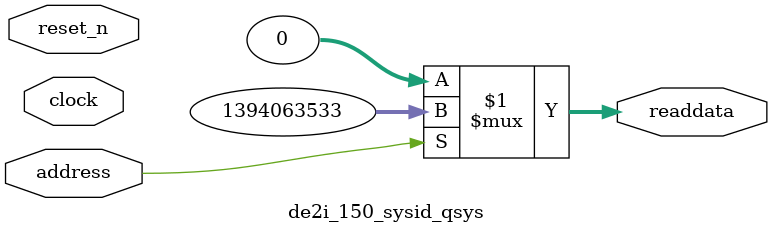
<source format=v>

`timescale 1ns / 1ps
// synthesis translate_on

// turn off superfluous verilog processor warnings 
// altera message_level Level1 
// altera message_off 10034 10035 10036 10037 10230 10240 10030 

module de2i_150_sysid_qsys (
               // inputs:
                address,
                clock,
                reset_n,

               // outputs:
                readdata
             )
;

  output  [ 31: 0] readdata;
  input            address;
  input            clock;
  input            reset_n;

  wire    [ 31: 0] readdata;
  //control_slave, which is an e_avalon_slave
  assign readdata = address ? 1394063533 : 0;

endmodule




</source>
